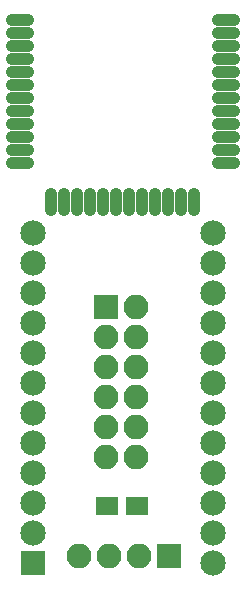
<source format=gbr>
G04 #@! TF.FileFunction,Soldermask,Top*
%FSLAX46Y46*%
G04 Gerber Fmt 4.6, Leading zero omitted, Abs format (unit mm)*
G04 Created by KiCad (PCBNEW 4.0.7) date 05/30/18 17:56:51*
%MOMM*%
%LPD*%
G01*
G04 APERTURE LIST*
%ADD10C,0.100000*%
%ADD11O,2.400000X1.100000*%
%ADD12O,1.100000X2.400000*%
%ADD13R,2.152600X2.152600*%
%ADD14C,2.152600*%
%ADD15R,2.100000X2.100000*%
%ADD16O,2.100000X2.100000*%
%ADD17R,1.900000X1.650000*%
G04 APERTURE END LIST*
D10*
D11*
X139792990Y-71476880D03*
X139792990Y-83576880D03*
D12*
X147942980Y-86876880D03*
X149042980Y-86876880D03*
X145742980Y-86876880D03*
D11*
X139792990Y-74776880D03*
X139792990Y-75876880D03*
X139792990Y-76976880D03*
X139792990Y-78076880D03*
X139792990Y-79176880D03*
X139792990Y-80276880D03*
X139792990Y-82476880D03*
D12*
X142442980Y-86876880D03*
X143542980Y-86876880D03*
X144642980Y-86876880D03*
D11*
X139792990Y-72576880D03*
X139792990Y-81376880D03*
X139792990Y-73676880D03*
D12*
X146842980Y-86876880D03*
D11*
X157192980Y-72576880D03*
D12*
X153442980Y-86876880D03*
X154542980Y-86876880D03*
D11*
X157192980Y-83576880D03*
X157192980Y-82476880D03*
X157192980Y-81376880D03*
X157192980Y-80276880D03*
X157192980Y-78076880D03*
X157192980Y-76976880D03*
X157192980Y-75876880D03*
X157192980Y-74776880D03*
X157192980Y-73676880D03*
D12*
X151242980Y-86876880D03*
D11*
X157192980Y-79176880D03*
D12*
X152342980Y-86876880D03*
D11*
X157192980Y-71476880D03*
D12*
X150142980Y-86876880D03*
D13*
X140881100Y-117449600D03*
D14*
X140881100Y-114909600D03*
X140881100Y-112369600D03*
X140881100Y-109829600D03*
X140881100Y-107289600D03*
X140881100Y-104749600D03*
X140881100Y-102209600D03*
X140881100Y-99669600D03*
X140881100Y-97129600D03*
X140881100Y-94589600D03*
X140881100Y-92049600D03*
X140881100Y-89509600D03*
X156121100Y-89509600D03*
X156121100Y-92049600D03*
X156121100Y-94589600D03*
X156121100Y-97129600D03*
X156121100Y-99669600D03*
X156121100Y-102209600D03*
X156121100Y-104749600D03*
X156121100Y-107289600D03*
X156121100Y-109829600D03*
X156121100Y-112369600D03*
X156121100Y-114909600D03*
X156121100Y-117449600D03*
D15*
X147066000Y-95758000D03*
D16*
X149606000Y-95758000D03*
X147066000Y-98298000D03*
X149606000Y-98298000D03*
X147066000Y-100838000D03*
X149606000Y-100838000D03*
X147066000Y-103378000D03*
X149606000Y-103378000D03*
X147066000Y-105918000D03*
X149606000Y-105918000D03*
X147066000Y-108458000D03*
X149606000Y-108458000D03*
D15*
X152400000Y-116840000D03*
D16*
X149860000Y-116840000D03*
X147320000Y-116840000D03*
X144780000Y-116840000D03*
D17*
X147157120Y-112623600D03*
X149657120Y-112623600D03*
M02*

</source>
